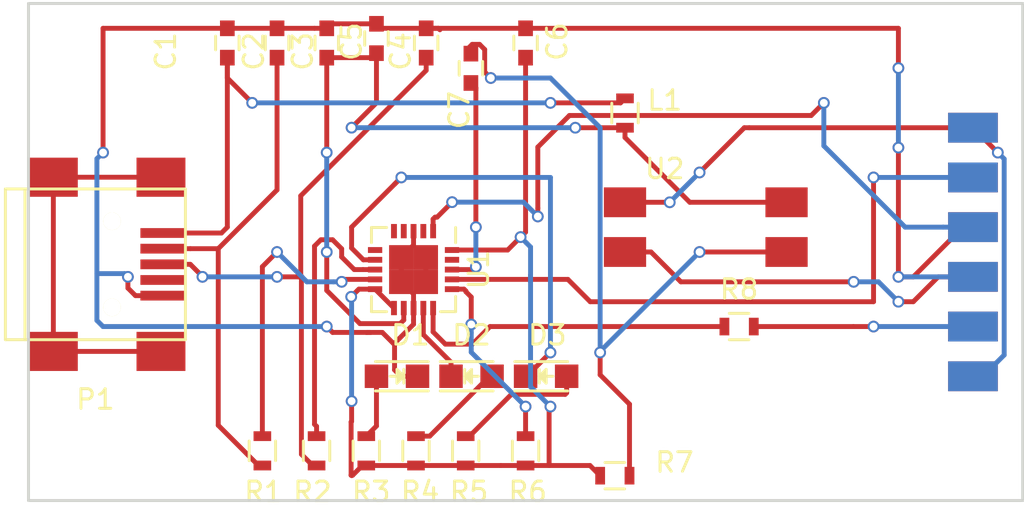
<source format=kicad_pcb>
(kicad_pcb (version 4) (host pcbnew 4.0.0-rc1-stable)

  (general
    (links 54)
    (no_connects 23)
    (area 110.414999 82.474999 161.365001 108.025001)
    (thickness 1.6)
    (drawings 4)
    (tracks 286)
    (zones 0)
    (modules 23)
    (nets 34)
  )

  (page A4)
  (layers
    (0 F.Cu signal)
    (31 B.Cu signal)
    (32 B.Adhes user)
    (33 F.Adhes user)
    (34 B.Paste user)
    (35 F.Paste user)
    (36 B.SilkS user)
    (37 F.SilkS user)
    (38 B.Mask user)
    (39 F.Mask user)
    (40 Dwgs.User user)
    (41 Cmts.User user)
    (42 Eco1.User user)
    (43 Eco2.User user)
    (44 Edge.Cuts user)
    (45 Margin user)
    (46 B.CrtYd user)
    (47 F.CrtYd user)
    (48 B.Fab user)
    (49 F.Fab user)
  )

  (setup
    (last_trace_width 0.25)
    (trace_clearance 0.2)
    (zone_clearance 0.508)
    (zone_45_only no)
    (trace_min 0.2)
    (segment_width 0.2)
    (edge_width 0.15)
    (via_size 0.6)
    (via_drill 0.4)
    (via_min_size 0.4)
    (via_min_drill 0.3)
    (uvia_size 0.3)
    (uvia_drill 0.1)
    (uvias_allowed no)
    (uvia_min_size 0.2)
    (uvia_min_drill 0.1)
    (pcb_text_width 0.3)
    (pcb_text_size 1.5 1.5)
    (mod_edge_width 0.15)
    (mod_text_size 1 1)
    (mod_text_width 0.15)
    (pad_size 0.8 0.75)
    (pad_drill 0)
    (pad_to_mask_clearance 0.2)
    (aux_axis_origin 0 0)
    (visible_elements 7FFFFFFF)
    (pcbplotparams
      (layerselection 0x00030_80000001)
      (usegerberextensions false)
      (excludeedgelayer true)
      (linewidth 0.100000)
      (plotframeref false)
      (viasonmask false)
      (mode 1)
      (useauxorigin false)
      (hpglpennumber 1)
      (hpglpenspeed 20)
      (hpglpendiameter 15)
      (hpglpenoverlay 2)
      (psnegative false)
      (psa4output false)
      (plotreference true)
      (plotvalue true)
      (plotinvisibletext false)
      (padsonsilk false)
      (subtractmaskfromsilk false)
      (outputformat 1)
      (mirror false)
      (drillshape 1)
      (scaleselection 1)
      (outputdirectory ""))
  )

  (net 0 "")
  (net 1 "Net-(C1-Pad1)")
  (net 2 GND)
  (net 3 "Net-(C2-Pad1)")
  (net 4 +5V)
  (net 5 "Net-(C4-Pad1)")
  (net 6 +3V3)
  (net 7 "Net-(C7-Pad1)")
  (net 8 /PROGRAM)
  (net 9 "Net-(D1-Pad2)")
  (net 10 "Net-(D2-Pad2)")
  (net 11 /~RXLED)
  (net 12 "Net-(D3-Pad2)")
  (net 13 /~TXLED)
  (net 14 /POWER_OUT)
  (net 15 "Net-(J1-Pad3)")
  (net 16 "Net-(J1-Pad7)")
  (net 17 "Net-(J1-Pad9)")
  (net 18 "Net-(J1-Pad11)")
  (net 19 "Net-(J1-Pad2)")
  (net 20 /TX)
  (net 21 /RX)
  (net 22 "Net-(J1-Pad10)")
  (net 23 "Net-(P1-Pad4)")
  (net 24 "Net-(P1-Pad6)")
  (net 25 "Net-(R1-Pad1)")
  (net 26 "Net-(R2-Pad1)")
  (net 27 /~SLEEP)
  (net 28 /TXDEN)
  (net 29 "Net-(U1-Pad2)")
  (net 30 "Net-(U1-Pad5)")
  (net 31 "Net-(U1-Pad4)")
  (net 32 "Net-(U1-Pad6)")
  (net 33 "Net-(U1-Pad19)")

  (net_class Default "This is the default net class."
    (clearance 0.2)
    (trace_width 0.25)
    (via_dia 0.6)
    (via_drill 0.4)
    (uvia_dia 0.3)
    (uvia_drill 0.1)
    (add_net +3V3)
    (add_net +5V)
    (add_net /POWER_OUT)
    (add_net /PROGRAM)
    (add_net /RX)
    (add_net /TX)
    (add_net /TXDEN)
    (add_net /~RXLED)
    (add_net /~SLEEP)
    (add_net /~TXLED)
    (add_net GND)
    (add_net "Net-(C1-Pad1)")
    (add_net "Net-(C2-Pad1)")
    (add_net "Net-(C4-Pad1)")
    (add_net "Net-(C7-Pad1)")
    (add_net "Net-(D1-Pad2)")
    (add_net "Net-(D2-Pad2)")
    (add_net "Net-(D3-Pad2)")
    (add_net "Net-(J1-Pad10)")
    (add_net "Net-(J1-Pad11)")
    (add_net "Net-(J1-Pad2)")
    (add_net "Net-(J1-Pad3)")
    (add_net "Net-(J1-Pad7)")
    (add_net "Net-(J1-Pad9)")
    (add_net "Net-(P1-Pad4)")
    (add_net "Net-(P1-Pad6)")
    (add_net "Net-(R1-Pad1)")
    (add_net "Net-(R2-Pad1)")
    (add_net "Net-(U1-Pad19)")
    (add_net "Net-(U1-Pad2)")
    (add_net "Net-(U1-Pad4)")
    (add_net "Net-(U1-Pad5)")
    (add_net "Net-(U1-Pad6)")
  )

  (module Resistors_SMD:R_0603 placed (layer F.Cu) (tedit 5415CC62) (tstamp 562BE6A4)
    (at 122.44 105.41 270)
    (descr "Resistor SMD 0603, reflow soldering, Vishay (see dcrcw.pdf)")
    (tags "resistor 0603")
    (path /5622A746)
    (attr smd)
    (fp_text reference R1 (at 2.09 -0.06 360) (layer F.SilkS)
      (effects (font (size 1 1) (thickness 0.15)))
    )
    (fp_text value 27 (at 0 1.9 270) (layer F.Fab)
      (effects (font (size 1 1) (thickness 0.15)))
    )
    (fp_line (start -1.3 -0.8) (end 1.3 -0.8) (layer F.CrtYd) (width 0.05))
    (fp_line (start -1.3 0.8) (end 1.3 0.8) (layer F.CrtYd) (width 0.05))
    (fp_line (start -1.3 -0.8) (end -1.3 0.8) (layer F.CrtYd) (width 0.05))
    (fp_line (start 1.3 -0.8) (end 1.3 0.8) (layer F.CrtYd) (width 0.05))
    (fp_line (start 0.5 0.675) (end -0.5 0.675) (layer F.SilkS) (width 0.15))
    (fp_line (start -0.5 -0.675) (end 0.5 -0.675) (layer F.SilkS) (width 0.15))
    (pad 1 smd rect (at -0.75 0 270) (size 0.5 0.9) (layers F.Cu F.Paste F.Mask)
      (net 25 "Net-(R1-Pad1)"))
    (pad 2 smd rect (at 0.75 0 270) (size 0.5 0.9) (layers F.Cu F.Paste F.Mask)
      (net 3 "Net-(C2-Pad1)"))
    (model Resistors_SMD.3dshapes/R_0603.wrl
      (at (xyz 0 0 0))
      (scale (xyz 1 1 1))
      (rotate (xyz 0 0 0))
    )
  )

  (module Capacitors_SMD:C_0603 (layer F.Cu) (tedit 5415D631) (tstamp 562BE5E3)
    (at 120.65 84.57 90)
    (descr "Capacitor SMD 0603, reflow soldering, AVX (see smccp.pdf)")
    (tags "capacitor 0603")
    (path /5622A96F)
    (attr smd)
    (fp_text reference C1 (at -0.43 -3.15 90) (layer F.SilkS)
      (effects (font (size 1 1) (thickness 0.15)))
    )
    (fp_text value 10nF (at 0.07 -1.65 90) (layer F.Fab)
      (effects (font (size 1 1) (thickness 0.15)))
    )
    (fp_line (start -1.45 -0.75) (end 1.45 -0.75) (layer F.CrtYd) (width 0.05))
    (fp_line (start -1.45 0.75) (end 1.45 0.75) (layer F.CrtYd) (width 0.05))
    (fp_line (start -1.45 -0.75) (end -1.45 0.75) (layer F.CrtYd) (width 0.05))
    (fp_line (start 1.45 -0.75) (end 1.45 0.75) (layer F.CrtYd) (width 0.05))
    (fp_line (start -0.35 -0.6) (end 0.35 -0.6) (layer F.SilkS) (width 0.15))
    (fp_line (start 0.35 0.6) (end -0.35 0.6) (layer F.SilkS) (width 0.15))
    (pad 1 smd rect (at -0.75 0 90) (size 0.8 0.75) (layers F.Cu F.Paste F.Mask)
      (net 1 "Net-(C1-Pad1)"))
    (pad 2 smd rect (at 0.75 0 90) (size 0.8 0.75) (layers F.Cu F.Paste F.Mask)
      (net 2 GND))
    (model Capacitors_SMD.3dshapes/C_0603.wrl
      (at (xyz 0 0 0))
      (scale (xyz 1 1 1))
      (rotate (xyz 0 0 0))
    )
  )

  (module Capacitors_SMD:C_0603 (layer F.Cu) (tedit 5415D631) (tstamp 562BE5EF)
    (at 123.19 84.57 90)
    (descr "Capacitor SMD 0603, reflow soldering, AVX (see smccp.pdf)")
    (tags "capacitor 0603")
    (path /5622A900)
    (attr smd)
    (fp_text reference C2 (at -0.43 -1.19 90) (layer F.SilkS)
      (effects (font (size 1 1) (thickness 0.15)))
    )
    (fp_text value 47pF (at -2.43 -1.19 180) (layer F.Fab)
      (effects (font (size 1 1) (thickness 0.15)))
    )
    (fp_line (start -1.45 -0.75) (end 1.45 -0.75) (layer F.CrtYd) (width 0.05))
    (fp_line (start -1.45 0.75) (end 1.45 0.75) (layer F.CrtYd) (width 0.05))
    (fp_line (start -1.45 -0.75) (end -1.45 0.75) (layer F.CrtYd) (width 0.05))
    (fp_line (start 1.45 -0.75) (end 1.45 0.75) (layer F.CrtYd) (width 0.05))
    (fp_line (start -0.35 -0.6) (end 0.35 -0.6) (layer F.SilkS) (width 0.15))
    (fp_line (start 0.35 0.6) (end -0.35 0.6) (layer F.SilkS) (width 0.15))
    (pad 1 smd rect (at -0.75 0 90) (size 0.8 0.75) (layers F.Cu F.Paste F.Mask)
      (net 3 "Net-(C2-Pad1)"))
    (pad 2 smd rect (at 0.75 0 90) (size 0.8 0.75) (layers F.Cu F.Paste F.Mask)
      (net 2 GND))
    (model Capacitors_SMD.3dshapes/C_0603.wrl
      (at (xyz 0 0 0))
      (scale (xyz 1 1 1))
      (rotate (xyz 0 0 0))
    )
  )

  (module Capacitors_SMD:C_0603 (layer F.Cu) (tedit 5647A7B3) (tstamp 562BE5FB)
    (at 125.73 84.57 90)
    (descr "Capacitor SMD 0603, reflow soldering, AVX (see smccp.pdf)")
    (tags "capacitor 0603")
    (path /5622A9AE)
    (attr smd)
    (fp_text reference C3 (at -0.43 -1.23 90) (layer F.SilkS)
      (effects (font (size 1 1) (thickness 0.15)))
    )
    (fp_text value 4.7uF (at -2.43 0.27 180) (layer F.Fab)
      (effects (font (size 1 1) (thickness 0.15)))
    )
    (fp_line (start -1.45 -0.75) (end 1.45 -0.75) (layer F.CrtYd) (width 0.05))
    (fp_line (start -1.45 0.75) (end 1.45 0.75) (layer F.CrtYd) (width 0.05))
    (fp_line (start -1.45 -0.75) (end -1.45 0.75) (layer F.CrtYd) (width 0.05))
    (fp_line (start 1.45 -0.75) (end 1.45 0.75) (layer F.CrtYd) (width 0.05))
    (fp_line (start -0.35 -0.6) (end 0.35 -0.6) (layer F.SilkS) (width 0.15))
    (fp_line (start 0.35 0.6) (end -0.35 0.6) (layer F.SilkS) (width 0.15))
    (pad 1 smd rect (at -0.75 0 90) (size 0.8 0.75) (layers F.Cu F.Paste F.Mask)
      (net 4 +5V))
    (pad 2 smd rect (at 0.75 0 90) (size 0.8 0.75) (layers F.Cu F.Paste F.Mask)
      (net 2 GND))
    (model Capacitors_SMD.3dshapes/C_0603.wrl
      (at (xyz 0 0 0))
      (scale (xyz 1 1 1))
      (rotate (xyz 0 0 0))
    )
  )

  (module Resistors_SMD:R_0603 (layer F.Cu) (tedit 5647A80B) (tstamp 562BE680)
    (at 140.97 88.15 90)
    (descr "Resistor SMD 0603, reflow soldering, Vishay (see dcrcw.pdf)")
    (tags "resistor 0603")
    (path /5622AEDE)
    (attr smd)
    (fp_text reference L1 (at 0.65 2.03 180) (layer F.SilkS)
      (effects (font (size 1 1) (thickness 0.15)))
    )
    (fp_text value "FERRITE BEAD" (at 2.15 4.53 180) (layer F.Fab)
      (effects (font (size 1 1) (thickness 0.15)))
    )
    (fp_line (start -1.3 -0.8) (end 1.3 -0.8) (layer F.CrtYd) (width 0.05))
    (fp_line (start -1.3 0.8) (end 1.3 0.8) (layer F.CrtYd) (width 0.05))
    (fp_line (start -1.3 -0.8) (end -1.3 0.8) (layer F.CrtYd) (width 0.05))
    (fp_line (start 1.3 -0.8) (end 1.3 0.8) (layer F.CrtYd) (width 0.05))
    (fp_line (start 0.5 0.675) (end -0.5 0.675) (layer F.SilkS) (width 0.15))
    (fp_line (start -0.5 -0.675) (end 0.5 -0.675) (layer F.SilkS) (width 0.15))
    (pad 1 smd rect (at -0.75 0 90) (size 0.5 0.9) (layers F.Cu F.Paste F.Mask)
      (net 4 +5V))
    (pad 2 smd rect (at 0.75 0 90) (size 0.5 0.9) (layers F.Cu F.Paste F.Mask)
      (net 1 "Net-(C1-Pad1)"))
    (model Resistors_SMD.3dshapes/R_0603.wrl
      (at (xyz 0 0 0))
      (scale (xyz 1 1 1))
      (rotate (xyz 0 0 0))
    )
  )

  (module LEDs:LED-0805 (layer F.Cu) (tedit 55BDE1C2) (tstamp 562BE651)
    (at 133.12902 101.6)
    (descr "LED 0805 smd package")
    (tags "LED 0805 SMD")
    (path /5622AFEB)
    (attr smd)
    (fp_text reference D2 (at 0 -2.1) (layer F.SilkS)
      (effects (font (size 1 1) (thickness 0.15)))
    )
    (fp_text value RX (at 0 1.75) (layer F.Fab)
      (effects (font (size 1 1) (thickness 0.15)))
    )
    (fp_line (start -1.6 0.75) (end 1.1 0.75) (layer F.SilkS) (width 0.15))
    (fp_line (start -1.6 -0.75) (end 1.1 -0.75) (layer F.SilkS) (width 0.15))
    (fp_line (start -0.1 0.15) (end -0.1 -0.1) (layer F.SilkS) (width 0.15))
    (fp_line (start -0.1 -0.1) (end -0.25 0.05) (layer F.SilkS) (width 0.15))
    (fp_line (start -0.35 -0.35) (end -0.35 0.35) (layer F.SilkS) (width 0.15))
    (fp_line (start 0 0) (end 0.35 0) (layer F.SilkS) (width 0.15))
    (fp_line (start -0.35 0) (end 0 -0.35) (layer F.SilkS) (width 0.15))
    (fp_line (start 0 -0.35) (end 0 0.35) (layer F.SilkS) (width 0.15))
    (fp_line (start 0 0.35) (end -0.35 0) (layer F.SilkS) (width 0.15))
    (fp_line (start 1.9 -0.95) (end 1.9 0.95) (layer F.CrtYd) (width 0.05))
    (fp_line (start 1.9 0.95) (end -1.9 0.95) (layer F.CrtYd) (width 0.05))
    (fp_line (start -1.9 0.95) (end -1.9 -0.95) (layer F.CrtYd) (width 0.05))
    (fp_line (start -1.9 -0.95) (end 1.9 -0.95) (layer F.CrtYd) (width 0.05))
    (pad 2 smd rect (at 1.04902 0 180) (size 1.19888 1.19888) (layers F.Cu F.Paste F.Mask)
      (net 10 "Net-(D2-Pad2)"))
    (pad 1 smd rect (at -1.04902 0 180) (size 1.19888 1.19888) (layers F.Cu F.Paste F.Mask)
      (net 11 /~RXLED))
    (model LEDs.3dshapes/LED-0805.wrl
      (at (xyz 0 0 0))
      (scale (xyz 1 1 1))
      (rotate (xyz 0 0 0))
    )
  )

  (module LEDs:LED-0805 (layer F.Cu) (tedit 56478FE2) (tstamp 562BE664)
    (at 136.93902 101.6)
    (descr "LED 0805 smd package")
    (tags "LED 0805 SMD")
    (path /5622B06E)
    (attr smd)
    (fp_text reference D3 (at 0.06098 -2.1) (layer F.SilkS)
      (effects (font (size 1 1) (thickness 0.15)))
    )
    (fp_text value TX (at 1.56098 1.9) (layer F.Fab)
      (effects (font (size 1 1) (thickness 0.15)))
    )
    (fp_line (start -1.6 0.75) (end 1.1 0.75) (layer F.SilkS) (width 0.15))
    (fp_line (start -1.6 -0.75) (end 1.1 -0.75) (layer F.SilkS) (width 0.15))
    (fp_line (start -0.1 0.15) (end -0.1 -0.1) (layer F.SilkS) (width 0.15))
    (fp_line (start -0.1 -0.1) (end -0.25 0.05) (layer F.SilkS) (width 0.15))
    (fp_line (start -0.35 -0.35) (end -0.35 0.35) (layer F.SilkS) (width 0.15))
    (fp_line (start 0 0) (end 0.35 0) (layer F.SilkS) (width 0.15))
    (fp_line (start -0.35 0) (end 0 -0.35) (layer F.SilkS) (width 0.15))
    (fp_line (start 0 -0.35) (end 0 0.35) (layer F.SilkS) (width 0.15))
    (fp_line (start 0 0.35) (end -0.35 0) (layer F.SilkS) (width 0.15))
    (fp_line (start 1.9 -0.95) (end 1.9 0.95) (layer F.CrtYd) (width 0.05))
    (fp_line (start 1.9 0.95) (end -1.9 0.95) (layer F.CrtYd) (width 0.05))
    (fp_line (start -1.9 0.95) (end -1.9 -0.95) (layer F.CrtYd) (width 0.05))
    (fp_line (start -1.9 -0.95) (end 1.9 -0.95) (layer F.CrtYd) (width 0.05))
    (pad 2 smd rect (at 1.04902 0 180) (size 1.19888 1.19888) (layers F.Cu F.Paste F.Mask)
      (net 12 "Net-(D3-Pad2)"))
    (pad 1 smd rect (at -1.04902 0 180) (size 1.19888 1.19888) (layers F.Cu F.Paste F.Mask)
      (net 13 /~TXLED))
    (model LEDs.3dshapes/LED-0805.wrl
      (at (xyz 0 0 0))
      (scale (xyz 1 1 1))
      (rotate (xyz 0 0 0))
    )
  )

  (module Capacitors_SMD:C_0603 (layer F.Cu) (tedit 5647A7CF) (tstamp 562BE61F)
    (at 135.89 84.57 90)
    (descr "Capacitor SMD 0603, reflow soldering, AVX (see smccp.pdf)")
    (tags "capacitor 0603")
    (path /5622A948)
    (attr smd)
    (fp_text reference C6 (at 0.07 1.61 90) (layer F.SilkS)
      (effects (font (size 1 1) (thickness 0.15)))
    )
    (fp_text value 0.1uF (at 0 3.11 90) (layer F.Fab)
      (effects (font (size 1 1) (thickness 0.15)))
    )
    (fp_line (start -1.45 -0.75) (end 1.45 -0.75) (layer F.CrtYd) (width 0.05))
    (fp_line (start -1.45 0.75) (end 1.45 0.75) (layer F.CrtYd) (width 0.05))
    (fp_line (start -1.45 -0.75) (end -1.45 0.75) (layer F.CrtYd) (width 0.05))
    (fp_line (start 1.45 -0.75) (end 1.45 0.75) (layer F.CrtYd) (width 0.05))
    (fp_line (start -0.35 -0.6) (end 0.35 -0.6) (layer F.SilkS) (width 0.15))
    (fp_line (start 0.35 0.6) (end -0.35 0.6) (layer F.SilkS) (width 0.15))
    (pad 1 smd rect (at -0.75 0 90) (size 0.8 0.75) (layers F.Cu F.Paste F.Mask)
      (net 6 +3V3))
    (pad 2 smd rect (at 0.75 0 90) (size 0.8 0.75) (layers F.Cu F.Paste F.Mask)
      (net 2 GND))
    (model Capacitors_SMD.3dshapes/C_0603.wrl
      (at (xyz 0 0 0))
      (scale (xyz 1 1 1))
      (rotate (xyz 0 0 0))
    )
  )

  (module Capacitors_SMD:C_0603 (layer F.Cu) (tedit 56478D6B) (tstamp 562BE613)
    (at 128.27 84.34 90)
    (descr "Capacitor SMD 0603, reflow soldering, AVX (see smccp.pdf)")
    (tags "capacitor 0603")
    (path /5622A923)
    (attr smd)
    (fp_text reference C5 (at -0.16 -1.27 90) (layer F.SilkS)
      (effects (font (size 1 1) (thickness 0.15)))
    )
    (fp_text value 0.1uF (at -3.16 0.23 90) (layer F.Fab)
      (effects (font (size 1 1) (thickness 0.15)))
    )
    (fp_line (start -1.45 -0.75) (end 1.45 -0.75) (layer F.CrtYd) (width 0.05))
    (fp_line (start -1.45 0.75) (end 1.45 0.75) (layer F.CrtYd) (width 0.05))
    (fp_line (start -1.45 -0.75) (end -1.45 0.75) (layer F.CrtYd) (width 0.05))
    (fp_line (start 1.45 -0.75) (end 1.45 0.75) (layer F.CrtYd) (width 0.05))
    (fp_line (start -0.35 -0.6) (end 0.35 -0.6) (layer F.SilkS) (width 0.15))
    (fp_line (start 0.35 0.6) (end -0.35 0.6) (layer F.SilkS) (width 0.15))
    (pad 1 smd rect (at -0.75 0 90) (size 0.8 0.75) (layers F.Cu F.Paste F.Mask)
      (net 4 +5V))
    (pad 2 smd rect (at 0.75 0 90) (size 0.8 0.75) (layers F.Cu F.Paste F.Mask)
      (net 2 GND))
    (model Capacitors_SMD.3dshapes/C_0603.wrl
      (at (xyz 0 0 0))
      (scale (xyz 1 1 1))
      (rotate (xyz 0 0 0))
    )
  )

  (module Capacitors_SMD:C_0603 (layer F.Cu) (tedit 56479BF1) (tstamp 562BE607)
    (at 130.81 84.57 90)
    (descr "Capacitor SMD 0603, reflow soldering, AVX (see smccp.pdf)")
    (tags "capacitor 0603")
    (path /5622A8B7)
    (attr smd)
    (fp_text reference C4 (at -0.43 -1.31 90) (layer F.SilkS)
      (effects (font (size 1 1) (thickness 0.15)))
    )
    (fp_text value 47pF (at -2.93 -0.31 90) (layer F.Fab)
      (effects (font (size 1 1) (thickness 0.15)))
    )
    (fp_line (start -1.45 -0.75) (end 1.45 -0.75) (layer F.CrtYd) (width 0.05))
    (fp_line (start -1.45 0.75) (end 1.45 0.75) (layer F.CrtYd) (width 0.05))
    (fp_line (start -1.45 -0.75) (end -1.45 0.75) (layer F.CrtYd) (width 0.05))
    (fp_line (start 1.45 -0.75) (end 1.45 0.75) (layer F.CrtYd) (width 0.05))
    (fp_line (start -0.35 -0.6) (end 0.35 -0.6) (layer F.SilkS) (width 0.15))
    (fp_line (start 0.35 0.6) (end -0.35 0.6) (layer F.SilkS) (width 0.15))
    (pad 1 smd rect (at -0.75 0 90) (size 0.8 0.75) (layers F.Cu F.Paste F.Mask)
      (net 5 "Net-(C4-Pad1)"))
    (pad 2 smd rect (at 0.75 0 90) (size 0.8 0.75) (layers F.Cu F.Paste F.Mask)
      (net 2 GND))
    (model Capacitors_SMD.3dshapes/C_0603.wrl
      (at (xyz 0 0 0))
      (scale (xyz 1 1 1))
      (rotate (xyz 0 0 0))
    )
  )

  (module LEDs:LED-0805 (layer F.Cu) (tedit 56479B38) (tstamp 562BE63E)
    (at 129.31902 101.6 180)
    (descr "LED 0805 smd package")
    (tags "LED 0805 SMD")
    (path /5622AF98)
    (attr smd)
    (fp_text reference D1 (at -0.68098 2.1 180) (layer F.SilkS)
      (effects (font (size 1 1) (thickness 0.15)))
    )
    (fp_text value POW (at 1.31902 1.75 180) (layer F.Fab)
      (effects (font (size 1 1) (thickness 0.15)))
    )
    (fp_line (start -1.6 0.75) (end 1.1 0.75) (layer F.SilkS) (width 0.15))
    (fp_line (start -1.6 -0.75) (end 1.1 -0.75) (layer F.SilkS) (width 0.15))
    (fp_line (start -0.1 0.15) (end -0.1 -0.1) (layer F.SilkS) (width 0.15))
    (fp_line (start -0.1 -0.1) (end -0.25 0.05) (layer F.SilkS) (width 0.15))
    (fp_line (start -0.35 -0.35) (end -0.35 0.35) (layer F.SilkS) (width 0.15))
    (fp_line (start 0 0) (end 0.35 0) (layer F.SilkS) (width 0.15))
    (fp_line (start -0.35 0) (end 0 -0.35) (layer F.SilkS) (width 0.15))
    (fp_line (start 0 -0.35) (end 0 0.35) (layer F.SilkS) (width 0.15))
    (fp_line (start 0 0.35) (end -0.35 0) (layer F.SilkS) (width 0.15))
    (fp_line (start 1.9 -0.95) (end 1.9 0.95) (layer F.CrtYd) (width 0.05))
    (fp_line (start 1.9 0.95) (end -1.9 0.95) (layer F.CrtYd) (width 0.05))
    (fp_line (start -1.9 0.95) (end -1.9 -0.95) (layer F.CrtYd) (width 0.05))
    (fp_line (start -1.9 -0.95) (end 1.9 -0.95) (layer F.CrtYd) (width 0.05))
    (pad 2 smd rect (at 1.04902 0) (size 1.19888 1.19888) (layers F.Cu F.Paste F.Mask)
      (net 9 "Net-(D1-Pad2)"))
    (pad 1 smd rect (at -1.04902 0) (size 1.19888 1.19888) (layers F.Cu F.Paste F.Mask)
      (net 2 GND))
    (model LEDs.3dshapes/LED-0805.wrl
      (at (xyz 0 0 0))
      (scale (xyz 1 1 1))
      (rotate (xyz 0 0 0))
    )
  )

  (module Resistors_SMD:R_0603 placed (layer F.Cu) (tedit 5415CC62) (tstamp 562BE6B0)
    (at 125.21 105.41 270)
    (descr "Resistor SMD 0603, reflow soldering, Vishay (see dcrcw.pdf)")
    (tags "resistor 0603")
    (path /5622A6B9)
    (attr smd)
    (fp_text reference R2 (at 2.09 0.21 360) (layer F.SilkS)
      (effects (font (size 1 1) (thickness 0.15)))
    )
    (fp_text value 27 (at 0 1.27 270) (layer F.Fab)
      (effects (font (size 1 1) (thickness 0.15)))
    )
    (fp_line (start -1.3 -0.8) (end 1.3 -0.8) (layer F.CrtYd) (width 0.05))
    (fp_line (start -1.3 0.8) (end 1.3 0.8) (layer F.CrtYd) (width 0.05))
    (fp_line (start -1.3 -0.8) (end -1.3 0.8) (layer F.CrtYd) (width 0.05))
    (fp_line (start 1.3 -0.8) (end 1.3 0.8) (layer F.CrtYd) (width 0.05))
    (fp_line (start 0.5 0.675) (end -0.5 0.675) (layer F.SilkS) (width 0.15))
    (fp_line (start -0.5 -0.675) (end 0.5 -0.675) (layer F.SilkS) (width 0.15))
    (pad 1 smd rect (at -0.75 0 270) (size 0.5 0.9) (layers F.Cu F.Paste F.Mask)
      (net 26 "Net-(R2-Pad1)"))
    (pad 2 smd rect (at 0.75 0 270) (size 0.5 0.9) (layers F.Cu F.Paste F.Mask)
      (net 5 "Net-(C4-Pad1)"))
    (model Resistors_SMD.3dshapes/R_0603.wrl
      (at (xyz 0 0 0))
      (scale (xyz 1 1 1))
      (rotate (xyz 0 0 0))
    )
  )

  (module Resistors_SMD:R_0603 (layer F.Cu) (tedit 5415CC62) (tstamp 562BE6BC)
    (at 127.75 105.41 90)
    (descr "Resistor SMD 0603, reflow soldering, Vishay (see dcrcw.pdf)")
    (tags "resistor 0603")
    (path /5622B3DD)
    (attr smd)
    (fp_text reference R3 (at -2.09 0.25 180) (layer F.SilkS)
      (effects (font (size 1 1) (thickness 0.15)))
    )
    (fp_text value 680 (at 0 1.25 90) (layer F.Fab)
      (effects (font (size 1 1) (thickness 0.15)))
    )
    (fp_line (start -1.3 -0.8) (end 1.3 -0.8) (layer F.CrtYd) (width 0.05))
    (fp_line (start -1.3 0.8) (end 1.3 0.8) (layer F.CrtYd) (width 0.05))
    (fp_line (start -1.3 -0.8) (end -1.3 0.8) (layer F.CrtYd) (width 0.05))
    (fp_line (start 1.3 -0.8) (end 1.3 0.8) (layer F.CrtYd) (width 0.05))
    (fp_line (start 0.5 0.675) (end -0.5 0.675) (layer F.SilkS) (width 0.15))
    (fp_line (start -0.5 -0.675) (end 0.5 -0.675) (layer F.SilkS) (width 0.15))
    (pad 1 smd rect (at -0.75 0 90) (size 0.5 0.9) (layers F.Cu F.Paste F.Mask)
      (net 6 +3V3))
    (pad 2 smd rect (at 0.75 0 90) (size 0.5 0.9) (layers F.Cu F.Paste F.Mask)
      (net 9 "Net-(D1-Pad2)"))
    (model Resistors_SMD.3dshapes/R_0603.wrl
      (at (xyz 0 0 0))
      (scale (xyz 1 1 1))
      (rotate (xyz 0 0 0))
    )
  )

  (module Resistors_SMD:R_0603 (layer F.Cu) (tedit 5415CC62) (tstamp 562BE6C8)
    (at 130.29 105.41 90)
    (descr "Resistor SMD 0603, reflow soldering, Vishay (see dcrcw.pdf)")
    (tags "resistor 0603")
    (path /5622B3E3)
    (attr smd)
    (fp_text reference R4 (at -2.09 0.21 180) (layer F.SilkS)
      (effects (font (size 1 1) (thickness 0.15)))
    )
    (fp_text value 680 (at 0 1.21 90) (layer F.Fab)
      (effects (font (size 1 1) (thickness 0.15)))
    )
    (fp_line (start -1.3 -0.8) (end 1.3 -0.8) (layer F.CrtYd) (width 0.05))
    (fp_line (start -1.3 0.8) (end 1.3 0.8) (layer F.CrtYd) (width 0.05))
    (fp_line (start -1.3 -0.8) (end -1.3 0.8) (layer F.CrtYd) (width 0.05))
    (fp_line (start 1.3 -0.8) (end 1.3 0.8) (layer F.CrtYd) (width 0.05))
    (fp_line (start 0.5 0.675) (end -0.5 0.675) (layer F.SilkS) (width 0.15))
    (fp_line (start -0.5 -0.675) (end 0.5 -0.675) (layer F.SilkS) (width 0.15))
    (pad 1 smd rect (at -0.75 0 90) (size 0.5 0.9) (layers F.Cu F.Paste F.Mask)
      (net 6 +3V3))
    (pad 2 smd rect (at 0.75 0 90) (size 0.5 0.9) (layers F.Cu F.Paste F.Mask)
      (net 10 "Net-(D2-Pad2)"))
    (model Resistors_SMD.3dshapes/R_0603.wrl
      (at (xyz 0 0 0))
      (scale (xyz 1 1 1))
      (rotate (xyz 0 0 0))
    )
  )

  (module Resistors_SMD:R_0603 (layer F.Cu) (tedit 5415CC62) (tstamp 562BE6D4)
    (at 132.83 105.41 90)
    (descr "Resistor SMD 0603, reflow soldering, Vishay (see dcrcw.pdf)")
    (tags "resistor 0603")
    (path /5622B2D3)
    (attr smd)
    (fp_text reference R5 (at -2.09 0.17 180) (layer F.SilkS)
      (effects (font (size 1 1) (thickness 0.15)))
    )
    (fp_text value 680 (at 0 1.67 90) (layer F.Fab)
      (effects (font (size 1 1) (thickness 0.15)))
    )
    (fp_line (start -1.3 -0.8) (end 1.3 -0.8) (layer F.CrtYd) (width 0.05))
    (fp_line (start -1.3 0.8) (end 1.3 0.8) (layer F.CrtYd) (width 0.05))
    (fp_line (start -1.3 -0.8) (end -1.3 0.8) (layer F.CrtYd) (width 0.05))
    (fp_line (start 1.3 -0.8) (end 1.3 0.8) (layer F.CrtYd) (width 0.05))
    (fp_line (start 0.5 0.675) (end -0.5 0.675) (layer F.SilkS) (width 0.15))
    (fp_line (start -0.5 -0.675) (end 0.5 -0.675) (layer F.SilkS) (width 0.15))
    (pad 1 smd rect (at -0.75 0 90) (size 0.5 0.9) (layers F.Cu F.Paste F.Mask)
      (net 6 +3V3))
    (pad 2 smd rect (at 0.75 0 90) (size 0.5 0.9) (layers F.Cu F.Paste F.Mask)
      (net 12 "Net-(D3-Pad2)"))
    (model Resistors_SMD.3dshapes/R_0603.wrl
      (at (xyz 0 0 0))
      (scale (xyz 1 1 1))
      (rotate (xyz 0 0 0))
    )
  )

  (module Resistors_SMD:R_0603 (layer F.Cu) (tedit 5415CC62) (tstamp 562BE6E0)
    (at 135.89 105.41 90)
    (descr "Resistor SMD 0603, reflow soldering, Vishay (see dcrcw.pdf)")
    (tags "resistor 0603")
    (path /5622B2D9)
    (attr smd)
    (fp_text reference R6 (at -2.09 0.11 180) (layer F.SilkS)
      (effects (font (size 1 1) (thickness 0.15)))
    )
    (fp_text value 10k (at -0.59 1.61 90) (layer F.Fab)
      (effects (font (size 1 1) (thickness 0.15)))
    )
    (fp_line (start -1.3 -0.8) (end 1.3 -0.8) (layer F.CrtYd) (width 0.05))
    (fp_line (start -1.3 0.8) (end 1.3 0.8) (layer F.CrtYd) (width 0.05))
    (fp_line (start -1.3 -0.8) (end -1.3 0.8) (layer F.CrtYd) (width 0.05))
    (fp_line (start 1.3 -0.8) (end 1.3 0.8) (layer F.CrtYd) (width 0.05))
    (fp_line (start 0.5 0.675) (end -0.5 0.675) (layer F.SilkS) (width 0.15))
    (fp_line (start -0.5 -0.675) (end 0.5 -0.675) (layer F.SilkS) (width 0.15))
    (pad 1 smd rect (at -0.75 0 90) (size 0.5 0.9) (layers F.Cu F.Paste F.Mask)
      (net 6 +3V3))
    (pad 2 smd rect (at 0.75 0 90) (size 0.5 0.9) (layers F.Cu F.Paste F.Mask)
      (net 27 /~SLEEP))
    (model Resistors_SMD.3dshapes/R_0603.wrl
      (at (xyz 0 0 0))
      (scale (xyz 1 1 1))
      (rotate (xyz 0 0 0))
    )
  )

  (module Resistors_SMD:R_0603 (layer F.Cu) (tedit 5647A875) (tstamp 562BE6EC)
    (at 140.45 106.68 180)
    (descr "Resistor SMD 0603, reflow soldering, Vishay (see dcrcw.pdf)")
    (tags "resistor 0603")
    (path /56235B1B)
    (attr smd)
    (fp_text reference R7 (at -3.05 0.68 180) (layer F.SilkS)
      (effects (font (size 1 1) (thickness 0.15)))
    )
    (fp_text value 10k (at 0.45 1.9 180) (layer F.Fab)
      (effects (font (size 1 1) (thickness 0.15)))
    )
    (fp_line (start -1.3 -0.8) (end 1.3 -0.8) (layer F.CrtYd) (width 0.05))
    (fp_line (start -1.3 0.8) (end 1.3 0.8) (layer F.CrtYd) (width 0.05))
    (fp_line (start -1.3 -0.8) (end -1.3 0.8) (layer F.CrtYd) (width 0.05))
    (fp_line (start 1.3 -0.8) (end 1.3 0.8) (layer F.CrtYd) (width 0.05))
    (fp_line (start 0.5 0.675) (end -0.5 0.675) (layer F.SilkS) (width 0.15))
    (fp_line (start -0.5 -0.675) (end 0.5 -0.675) (layer F.SilkS) (width 0.15))
    (pad 1 smd rect (at -0.75 0 180) (size 0.5 0.9) (layers F.Cu F.Paste F.Mask)
      (net 8 /PROGRAM))
    (pad 2 smd rect (at 0.75 0 180) (size 0.5 0.9) (layers F.Cu F.Paste F.Mask)
      (net 6 +3V3))
    (model Resistors_SMD.3dshapes/R_0603.wrl
      (at (xyz 0 0 0))
      (scale (xyz 1 1 1))
      (rotate (xyz 0 0 0))
    )
  )

  (module Capacitors_SMD:C_0603 (layer F.Cu) (tedit 5647A7B8) (tstamp 562BE62B)
    (at 133.096 85.864 90)
    (descr "Capacitor SMD 0603, reflow soldering, AVX (see smccp.pdf)")
    (tags "capacitor 0603")
    (path /5622A9EB)
    (attr smd)
    (fp_text reference C7 (at -2.136 -0.596 90) (layer F.SilkS)
      (effects (font (size 1 1) (thickness 0.15)))
    )
    (fp_text value 0.1uF (at -0.136 1.404 90) (layer F.Fab)
      (effects (font (size 1 1) (thickness 0.15)))
    )
    (fp_line (start -1.45 -0.75) (end 1.45 -0.75) (layer F.CrtYd) (width 0.05))
    (fp_line (start -1.45 0.75) (end 1.45 0.75) (layer F.CrtYd) (width 0.05))
    (fp_line (start -1.45 -0.75) (end -1.45 0.75) (layer F.CrtYd) (width 0.05))
    (fp_line (start 1.45 -0.75) (end 1.45 0.75) (layer F.CrtYd) (width 0.05))
    (fp_line (start -0.35 -0.6) (end 0.35 -0.6) (layer F.SilkS) (width 0.15))
    (fp_line (start 0.35 0.6) (end -0.35 0.6) (layer F.SilkS) (width 0.15))
    (pad 1 smd rect (at -0.75 0 90) (size 0.8 0.75) (layers F.Cu F.Paste F.Mask)
      (net 7 "Net-(C7-Pad1)"))
    (pad 2 smd rect (at 0.75 0 90) (size 0.8 0.75) (layers F.Cu F.Paste F.Mask)
      (net 8 /PROGRAM))
    (model Capacitors_SMD.3dshapes/C_0603.wrl
      (at (xyz 0 0 0))
      (scale (xyz 1 1 1))
      (rotate (xyz 0 0 0))
    )
  )

  (module Resistors_SMD:R_0603 (layer F.Cu) (tedit 5415CC62) (tstamp 562BE6F8)
    (at 146.8 99.06)
    (descr "Resistor SMD 0603, reflow soldering, Vishay (see dcrcw.pdf)")
    (tags "resistor 0603")
    (path /5629EF0A)
    (attr smd)
    (fp_text reference R8 (at 0 -1.9) (layer F.SilkS)
      (effects (font (size 1 1) (thickness 0.15)))
    )
    (fp_text value 10k (at -0.75 1.27) (layer F.Fab)
      (effects (font (size 1 1) (thickness 0.15)))
    )
    (fp_line (start -1.3 -0.8) (end 1.3 -0.8) (layer F.CrtYd) (width 0.05))
    (fp_line (start -1.3 0.8) (end 1.3 0.8) (layer F.CrtYd) (width 0.05))
    (fp_line (start -1.3 -0.8) (end -1.3 0.8) (layer F.CrtYd) (width 0.05))
    (fp_line (start 1.3 -0.8) (end 1.3 0.8) (layer F.CrtYd) (width 0.05))
    (fp_line (start 0.5 0.675) (end -0.5 0.675) (layer F.SilkS) (width 0.15))
    (fp_line (start -0.5 -0.675) (end 0.5 -0.675) (layer F.SilkS) (width 0.15))
    (pad 1 smd rect (at -0.75 0) (size 0.5 0.9) (layers F.Cu F.Paste F.Mask)
      (net 28 /TXDEN))
    (pad 2 smd rect (at 0.75 0) (size 0.5 0.9) (layers F.Cu F.Paste F.Mask)
      (net 22 "Net-(J1-Pad10)"))
    (model Resistors_SMD.3dshapes/R_0603.wrl
      (at (xyz 0 0 0))
      (scale (xyz 1 1 1))
      (rotate (xyz 0 0 0))
    )
  )

  (module open_robotics:modular8_rev3_edge (layer F.Cu) (tedit 560B6D0D) (tstamp 562BE674)
    (at 158.75 93.98 270)
    (path /5629AC49)
    (fp_text reference J1 (at -3.81 -3.81 270) (layer F.SilkS) hide
      (effects (font (size 1 1) (thickness 0.15)))
    )
    (fp_text value modular8_rev3_comms_out (at 1.27 -2.54 270) (layer F.Fab) hide
      (effects (font (size 1 1) (thickness 0.15)))
    )
    (pad 1 smd rect (at -5.08 0 270) (size 1.524 2.54) (layers F.Cu F.Paste F.Mask)
      (net 14 /POWER_OUT))
    (pad 3 smd rect (at -2.54 0 270) (size 1.524 2.54) (layers F.Cu F.Paste F.Mask)
      (net 15 "Net-(J1-Pad3)"))
    (pad 5 smd rect (at 0 0 270) (size 1.524 2.54) (layers F.Cu F.Paste F.Mask)
      (net 2 GND))
    (pad 7 smd rect (at 2.54 0 270) (size 1.524 2.54) (layers F.Cu F.Paste F.Mask)
      (net 16 "Net-(J1-Pad7)"))
    (pad 9 smd rect (at 5.08 0 270) (size 1.524 2.54) (layers F.Cu F.Paste F.Mask)
      (net 17 "Net-(J1-Pad9)"))
    (pad 11 smd rect (at 7.62 0 270) (size 1.524 2.54) (layers F.Cu F.Paste F.Mask)
      (net 18 "Net-(J1-Pad11)"))
    (pad 2 smd rect (at -5.08 0 270) (size 1.524 2.54) (layers B.Cu F.Paste F.Mask)
      (net 19 "Net-(J1-Pad2)"))
    (pad 4 smd rect (at -2.54 0 270) (size 1.524 2.54) (layers B.Cu F.Paste F.Mask)
      (net 20 /TX))
    (pad 6 smd rect (at 0 0 270) (size 1.524 2.54) (layers B.Cu F.Paste F.Mask)
      (net 21 /RX))
    (pad 8 smd rect (at 2.54 0 270) (size 1.524 2.54) (layers B.Cu F.Paste F.Mask)
      (net 2 GND))
    (pad 10 smd rect (at 5.08 0 270) (size 1.524 2.54) (layers B.Cu F.Paste F.Mask)
      (net 22 "Net-(J1-Pad10)"))
    (pad 12 smd rect (at 7.62 0 270) (size 1.524 2.54) (layers B.Cu F.Paste F.Mask)
      (net 14 /POWER_OUT))
  )

  (module open_robotics:DIPSWITCH_SMT_ALCO_2CCT (layer F.Cu) (tedit 5629BD53) (tstamp 562BE72B)
    (at 140.97 92.71)
    (path /565D260C)
    (fp_text reference U2 (at 2.03 -1.71) (layer F.SilkS)
      (effects (font (size 1 1) (thickness 0.15)))
    )
    (fp_text value TE_1825058-1 (at 7.03 -3.21) (layer F.Fab)
      (effects (font (size 1 1) (thickness 0.15)))
    )
    (fp_line (start 10.16 -2.54) (end -1.905 -2.54) (layer F.CrtYd) (width 0.15))
    (fp_line (start 10.16 5.08) (end 10.16 -2.54) (layer F.CrtYd) (width 0.15))
    (fp_line (start -1.905 5.08) (end 10.16 5.08) (layer F.CrtYd) (width 0.15))
    (fp_line (start -1.905 -2.54) (end -1.905 5.08) (layer F.CrtYd) (width 0.15))
    (pad 1 smd rect (at 0 0) (size 2.159 1.524) (layers F.Cu F.Paste F.Mask)
      (net 14 /POWER_OUT))
    (pad 2 smd rect (at 0 2.54) (size 2.159 1.524) (layers F.Cu F.Paste F.Mask)
      (net 16 "Net-(J1-Pad7)"))
    (pad 3 smd rect (at 8.255 2.54) (size 2.159 1.524) (layers F.Cu F.Paste F.Mask)
      (net 8 /PROGRAM))
    (pad 4 smd rect (at 8.255 0) (size 2.159 1.524) (layers F.Cu F.Paste F.Mask)
      (net 4 +5V))
  )

  (module Connect:USB_Mini-B (layer F.Cu) (tedit 562BF137) (tstamp 562BE698)
    (at 113.90884 95.87992)
    (descr "USB Mini-B 5-pin SMD connector")
    (tags "USB USB_B USB_Mini connector")
    (path /5622A78F)
    (attr smd)
    (fp_text reference P1 (at 0 6.90118) (layer F.SilkS)
      (effects (font (size 1 1) (thickness 0.15)))
    )
    (fp_text value USB_OTG (at 0 -7.0993) (layer F.Fab)
      (effects (font (size 1 1) (thickness 0.15)))
    )
    (fp_line (start -4.85 -5.7) (end 4.85 -5.7) (layer F.CrtYd) (width 0.05))
    (fp_line (start 4.85 -5.7) (end 4.85 5.7) (layer F.CrtYd) (width 0.05))
    (fp_line (start 4.85 5.7) (end -4.85 5.7) (layer F.CrtYd) (width 0.05))
    (fp_line (start -4.85 5.7) (end -4.85 -5.7) (layer F.CrtYd) (width 0.05))
    (fp_line (start -3.59918 -3.85064) (end -3.59918 3.85064) (layer F.SilkS) (width 0.15))
    (fp_line (start -4.59994 -3.85064) (end -4.59994 3.85064) (layer F.SilkS) (width 0.15))
    (fp_line (start -4.59994 3.85064) (end 4.59994 3.85064) (layer F.SilkS) (width 0.15))
    (fp_line (start 4.59994 3.85064) (end 4.59994 -3.85064) (layer F.SilkS) (width 0.15))
    (fp_line (start 4.59994 -3.85064) (end -4.59994 -3.85064) (layer F.SilkS) (width 0.15))
    (pad 1 smd rect (at 3.44932 -1.6002) (size 2.30124 0.50038) (layers F.Cu F.Paste F.Mask)
      (net 1 "Net-(C1-Pad1)"))
    (pad 2 smd rect (at 3.44932 -0.8001) (size 2.30124 0.50038) (layers F.Cu F.Paste F.Mask)
      (net 3 "Net-(C2-Pad1)"))
    (pad 3 smd rect (at 3.44932 0) (size 2.30124 0.50038) (layers F.Cu F.Paste F.Mask)
      (net 5 "Net-(C4-Pad1)"))
    (pad 4 smd rect (at 3.44932 0.8001) (size 2.30124 0.50038) (layers F.Cu F.Paste F.Mask)
      (net 23 "Net-(P1-Pad4)"))
    (pad 5 smd rect (at 3.44932 1.6002) (size 2.30124 0.50038) (layers F.Cu F.Paste F.Mask)
      (net 2 GND))
    (pad 6 smd rect (at 3.35026 -4.45008) (size 2.49936 1.99898) (layers F.Cu F.Paste F.Mask)
      (net 24 "Net-(P1-Pad6)"))
    (pad 6 smd rect (at -2.14884 -4.45008) (size 2.49936 1.99898) (layers F.Cu F.Paste F.Mask)
      (net 24 "Net-(P1-Pad6)"))
    (pad 6 smd rect (at 3.35026 4.45008) (size 2.49936 1.99898) (layers F.Cu F.Paste F.Mask)
      (net 24 "Net-(P1-Pad6)"))
    (pad 6 smd rect (at -2.14884 4.45008) (size 2.49936 1.99898) (layers F.Cu F.Paste F.Mask)
      (net 24 "Net-(P1-Pad6)"))
    (pad "" np_thru_hole circle (at 0.8509 -2.19964) (size 0.89916 0.89916) (drill 0.89916) (layers *.Cu *.Mask F.SilkS))
    (pad "" np_thru_hole circle (at 0.8509 2.19964) (size 0.89916 0.89916) (drill 0.89916) (layers *.Cu *.Mask F.SilkS))
  )

  (module Housings_DFN_QFN:QFN-20-1EP_4x4mm_Pitch0.5mm (layer F.Cu) (tedit 54130A77) (tstamp 565D1E73)
    (at 130.165 96.149 270)
    (descr "20-Lead Plastic Quad Flat, No Lead Package (ML) - 4x4x0.9 mm Body [QFN]; (see Microchip Packaging Specification 00000049BS.pdf)")
    (tags "QFN 0.5")
    (path /565D1F15)
    (attr smd)
    (fp_text reference U1 (at 0 -3.33 270) (layer F.SilkS)
      (effects (font (size 1 1) (thickness 0.15)))
    )
    (fp_text value FT231XQ (at 0 3.33 270) (layer F.Fab)
      (effects (font (size 1 1) (thickness 0.15)))
    )
    (fp_line (start -2.6 -2.6) (end -2.6 2.6) (layer F.CrtYd) (width 0.05))
    (fp_line (start 2.6 -2.6) (end 2.6 2.6) (layer F.CrtYd) (width 0.05))
    (fp_line (start -2.6 -2.6) (end 2.6 -2.6) (layer F.CrtYd) (width 0.05))
    (fp_line (start -2.6 2.6) (end 2.6 2.6) (layer F.CrtYd) (width 0.05))
    (fp_line (start 2.15 -2.15) (end 2.15 -1.375) (layer F.SilkS) (width 0.15))
    (fp_line (start -2.15 2.15) (end -2.15 1.375) (layer F.SilkS) (width 0.15))
    (fp_line (start 2.15 2.15) (end 2.15 1.375) (layer F.SilkS) (width 0.15))
    (fp_line (start -2.15 -2.15) (end -1.375 -2.15) (layer F.SilkS) (width 0.15))
    (fp_line (start -2.15 2.15) (end -1.375 2.15) (layer F.SilkS) (width 0.15))
    (fp_line (start 2.15 2.15) (end 1.375 2.15) (layer F.SilkS) (width 0.15))
    (fp_line (start 2.15 -2.15) (end 1.375 -2.15) (layer F.SilkS) (width 0.15))
    (pad 1 smd rect (at -1.965 -1 270) (size 0.73 0.3) (layers F.Cu F.Paste F.Mask)
      (net 21 /RX))
    (pad 2 smd rect (at -1.965 -0.5 270) (size 0.73 0.3) (layers F.Cu F.Paste F.Mask)
      (net 29 "Net-(U1-Pad2)"))
    (pad 3 smd rect (at -1.965 0 270) (size 0.73 0.3) (layers F.Cu F.Paste F.Mask)
      (net 2 GND))
    (pad 4 smd rect (at -1.965 0.5 270) (size 0.73 0.3) (layers F.Cu F.Paste F.Mask)
      (net 31 "Net-(U1-Pad4)"))
    (pad 5 smd rect (at -1.965 1 270) (size 0.73 0.3) (layers F.Cu F.Paste F.Mask)
      (net 30 "Net-(U1-Pad5)"))
    (pad 6 smd rect (at -1 1.965) (size 0.73 0.3) (layers F.Cu F.Paste F.Mask)
      (net 32 "Net-(U1-Pad6)"))
    (pad 7 smd rect (at -0.5 1.965) (size 0.73 0.3) (layers F.Cu F.Paste F.Mask)
      (net 13 /~TXLED))
    (pad 8 smd rect (at 0 1.965) (size 0.73 0.3) (layers F.Cu F.Paste F.Mask)
      (net 26 "Net-(R2-Pad1)"))
    (pad 9 smd rect (at 0.5 1.965) (size 0.73 0.3) (layers F.Cu F.Paste F.Mask)
      (net 25 "Net-(R1-Pad1)"))
    (pad 10 smd rect (at 1 1.965) (size 0.73 0.3) (layers F.Cu F.Paste F.Mask)
      (net 6 +3V3))
    (pad 11 smd rect (at 1.965 1 270) (size 0.73 0.3) (layers F.Cu F.Paste F.Mask)
      (net 6 +3V3))
    (pad 12 smd rect (at 1.965 0.5 270) (size 0.73 0.3) (layers F.Cu F.Paste F.Mask)
      (net 4 +5V))
    (pad 13 smd rect (at 1.965 0 270) (size 0.73 0.3) (layers F.Cu F.Paste F.Mask)
      (net 2 GND))
    (pad 14 smd rect (at 1.965 -0.5 270) (size 0.73 0.3) (layers F.Cu F.Paste F.Mask)
      (net 11 /~RXLED))
    (pad 15 smd rect (at 1.965 -1 270) (size 0.73 0.3) (layers F.Cu F.Paste F.Mask)
      (net 28 /TXDEN))
    (pad 16 smd rect (at 1 -1.965) (size 0.73 0.3) (layers F.Cu F.Paste F.Mask)
      (net 27 /~SLEEP))
    (pad 17 smd rect (at 0.5 -1.965) (size 0.73 0.3) (layers F.Cu F.Paste F.Mask)
      (net 20 /TX))
    (pad 18 smd rect (at 0 -1.965) (size 0.73 0.3) (layers F.Cu F.Paste F.Mask)
      (net 7 "Net-(C7-Pad1)"))
    (pad 19 smd rect (at -0.5 -1.965) (size 0.73 0.3) (layers F.Cu F.Paste F.Mask)
      (net 33 "Net-(U1-Pad19)"))
    (pad 20 smd rect (at -1 -1.965) (size 0.73 0.3) (layers F.Cu F.Paste F.Mask)
      (net 6 +3V3))
    (pad 21 smd rect (at 0.625 0.625 270) (size 1.25 1.25) (layers F.Cu F.Paste F.Mask)
      (net 2 GND) (solder_paste_margin_ratio -0.2))
    (pad 21 smd rect (at 0.625 -0.625 270) (size 1.25 1.25) (layers F.Cu F.Paste F.Mask)
      (net 2 GND) (solder_paste_margin_ratio -0.2))
    (pad 21 smd rect (at -0.625 0.625 270) (size 1.25 1.25) (layers F.Cu F.Paste F.Mask)
      (net 2 GND) (solder_paste_margin_ratio -0.2))
    (pad 21 smd rect (at -0.625 -0.625 270) (size 1.25 1.25) (layers F.Cu F.Paste F.Mask)
      (net 2 GND) (solder_paste_margin_ratio -0.2))
    (model Housings_DFN_QFN.3dshapes/QFN-20-1EP_4x4mm_Pitch0.5mm.wrl
      (at (xyz 0 0 0))
      (scale (xyz 1 1 1))
      (rotate (xyz 0 0 0))
    )
  )

  (gr_line (start 161.29 82.55) (end 161.29 107.95) (layer Edge.Cuts) (width 0.15))
  (gr_line (start 110.49 107.95) (end 161.29 107.95) (angle 90) (layer Edge.Cuts) (width 0.15))
  (gr_line (start 110.49 82.55) (end 161.29 82.55) (layer Edge.Cuts) (width 0.15))
  (gr_line (start 110.49 107.95) (end 110.49 82.55) (layer Edge.Cuts) (width 0.15))

  (via (at 114.75974 93.68028) (size 0.6) (drill 0.4) (layers F.Cu B.Cu) (net 0))
  (segment (start 137.16 87.63) (end 140.74 87.63) (width 0.25) (layer F.Cu) (net 1))
  (segment (start 140.74 87.63) (end 140.97 87.4) (width 0.25) (layer F.Cu) (net 1))
  (segment (start 121.92 87.63) (end 137.16 87.63) (width 0.25) (layer B.Cu) (net 1))
  (via (at 137.16 87.63) (size 0.6) (drill 0.4) (layers F.Cu B.Cu) (net 1))
  (segment (start 120.65 85.32) (end 120.65 86.36) (width 0.25) (layer F.Cu) (net 1))
  (segment (start 120.65 86.36) (end 121.92 87.63) (width 0.25) (layer F.Cu) (net 1))
  (via (at 121.92 87.63) (size 0.6) (drill 0.4) (layers F.Cu B.Cu) (net 1))
  (segment (start 120.65 93.98) (end 120.35028 94.27972) (width 0.25) (layer F.Cu) (net 1))
  (segment (start 120.35028 94.27972) (end 117.35816 94.27972) (width 0.25) (layer F.Cu) (net 1))
  (segment (start 120.65 85.32) (end 120.65 93.98) (width 0.25) (layer F.Cu) (net 1))
  (segment (start 129.194441 99.984441) (end 129.194441 99.913559) (width 0.25) (layer F.Cu) (net 2))
  (segment (start 129.194441 99.913559) (end 130.165 98.943) (width 0.25) (layer F.Cu) (net 2))
  (segment (start 130.165 98.943) (end 130.165 98.729) (width 0.25) (layer F.Cu) (net 2))
  (segment (start 130.165 98.729) (end 130.165 98.114) (width 0.25) (layer F.Cu) (net 2))
  (segment (start 129.54 96.774) (end 130.165 97.399) (width 0.25) (layer F.Cu) (net 2))
  (segment (start 130.165 97.399) (end 130.165 98.114) (width 0.25) (layer F.Cu) (net 2))
  (segment (start 129.54 95.524) (end 129.54 96.774) (width 0.25) (layer F.Cu) (net 2))
  (segment (start 130.79 95.524) (end 130.79 96.774) (width 0.25) (layer F.Cu) (net 2))
  (segment (start 130.165 94.184) (end 130.165 94.899) (width 0.25) (layer F.Cu) (net 2))
  (segment (start 130.165 94.899) (end 129.54 95.524) (width 0.25) (layer F.Cu) (net 2))
  (segment (start 127.762 99.359999) (end 127.970001 99.359999) (width 0.25) (layer F.Cu) (net 2))
  (segment (start 126.029999 99.359999) (end 127.762 99.359999) (width 0.25) (layer F.Cu) (net 2))
  (segment (start 127.762 99.359999) (end 128.569999 99.359999) (width 0.25) (layer F.Cu) (net 2))
  (segment (start 128.569999 99.359999) (end 129.194441 99.984441) (width 0.25) (layer F.Cu) (net 2))
  (segment (start 125.73 99.06) (end 126.029999 99.359999) (width 0.25) (layer F.Cu) (net 2))
  (segment (start 114.3 83.82) (end 114.3 90.17) (width 0.25) (layer F.Cu) (net 2))
  (segment (start 120.65 83.82) (end 114.3 83.82) (width 0.25) (layer F.Cu) (net 2))
  (segment (start 123.19 83.82) (end 120.65 83.82) (width 0.25) (layer F.Cu) (net 2))
  (segment (start 125.73 83.82) (end 125.105 83.82) (width 0.25) (layer F.Cu) (net 2))
  (segment (start 125.105 83.82) (end 123.19 83.82) (width 0.25) (layer F.Cu) (net 2))
  (segment (start 128.27 83.59) (end 125.96 83.59) (width 0.25) (layer F.Cu) (net 2))
  (segment (start 125.96 83.59) (end 125.73 83.82) (width 0.25) (layer F.Cu) (net 2))
  (segment (start 130.81 83.82) (end 128.5 83.82) (width 0.25) (layer F.Cu) (net 2))
  (segment (start 128.5 83.82) (end 128.27 83.59) (width 0.25) (layer F.Cu) (net 2))
  (segment (start 135.89 83.82) (end 130.81 83.82) (width 0.25) (layer F.Cu) (net 2))
  (segment (start 154.94 83.82) (end 135.89 83.82) (width 0.25) (layer F.Cu) (net 2))
  (segment (start 154.94 85.852) (end 154.94 83.82) (width 0.25) (layer F.Cu) (net 2))
  (segment (start 154.94 89.916) (end 154.94 85.852) (width 0.25) (layer B.Cu) (net 2))
  (via (at 154.94 85.852) (size 0.6) (drill 0.4) (layers F.Cu B.Cu) (net 2))
  (segment (start 154.94 96.52) (end 154.94 89.916) (width 0.25) (layer F.Cu) (net 2))
  (via (at 154.94 89.916) (size 0.6) (drill 0.4) (layers F.Cu B.Cu) (net 2))
  (segment (start 115.57 96.52) (end 115.57 97.09258) (width 0.25) (layer F.Cu) (net 2))
  (segment (start 115.95754 97.48012) (end 117.35816 97.48012) (width 0.25) (layer F.Cu) (net 2))
  (segment (start 115.57 97.09258) (end 115.95754 97.48012) (width 0.25) (layer F.Cu) (net 2))
  (segment (start 113.985159 96.353754) (end 113.985159 98.745159) (width 0.25) (layer B.Cu) (net 2))
  (segment (start 113.985159 90.484841) (end 113.985159 96.353754) (width 0.25) (layer B.Cu) (net 2))
  (segment (start 113.985159 96.353754) (end 115.403754 96.353754) (width 0.25) (layer B.Cu) (net 2))
  (segment (start 115.403754 96.353754) (end 115.57 96.52) (width 0.25) (layer B.Cu) (net 2))
  (via (at 115.57 96.52) (size 0.6) (drill 0.4) (layers F.Cu B.Cu) (net 2))
  (segment (start 129.194441 99.984441) (end 129.194441 101.275841) (width 0.25) (layer F.Cu) (net 2))
  (segment (start 129.194441 101.275841) (end 129.5186 101.6) (width 0.25) (layer F.Cu) (net 2))
  (segment (start 129.5186 101.6) (end 130.36804 101.6) (width 0.25) (layer F.Cu) (net 2))
  (segment (start 113.985159 98.745159) (end 114.3 99.06) (width 0.25) (layer B.Cu) (net 2))
  (segment (start 114.3 99.06) (end 125.73 99.06) (width 0.25) (layer B.Cu) (net 2))
  (via (at 125.73 99.06) (size 0.6) (drill 0.4) (layers F.Cu B.Cu) (net 2))
  (segment (start 114.3 90.17) (end 113.985159 90.484841) (width 0.25) (layer B.Cu) (net 2))
  (via (at 114.3 90.17) (size 0.6) (drill 0.4) (layers F.Cu B.Cu) (net 2))
  (segment (start 154.94 96.52) (end 158.75 96.52) (width 0.25) (layer B.Cu) (net 2))
  (segment (start 158.75 93.98) (end 158.242 93.98) (width 0.25) (layer F.Cu) (net 2))
  (segment (start 158.242 93.98) (end 155.702 96.52) (width 0.25) (layer F.Cu) (net 2))
  (segment (start 155.702 96.52) (end 154.94 96.52) (width 0.25) (layer F.Cu) (net 2))
  (via (at 154.94 96.52) (size 0.6) (drill 0.4) (layers F.Cu B.Cu) (net 2))
  (segment (start 130.81 83.82) (end 131.435 83.82) (width 0.25) (layer F.Cu) (net 2))
  (segment (start 131.435 83.82) (end 131.510001 83.895001) (width 0.25) (layer F.Cu) (net 2))
  (segment (start 122.44 106.16) (end 122.24 106.16) (width 0.25) (layer F.Cu) (net 3))
  (segment (start 122.24 106.16) (end 120.18659 104.10659) (width 0.25) (layer F.Cu) (net 3))
  (segment (start 120.18659 104.10659) (end 120.18659 95.07982) (width 0.25) (layer F.Cu) (net 3))
  (segment (start 123.19 85.32) (end 123.19 92.07641) (width 0.25) (layer F.Cu) (net 3))
  (segment (start 123.19 92.07641) (end 120.18659 95.07982) (width 0.25) (layer F.Cu) (net 3))
  (segment (start 120.18659 95.07982) (end 118.75878 95.07982) (width 0.25) (layer F.Cu) (net 3))
  (segment (start 118.75878 95.07982) (end 117.35816 95.07982) (width 0.25) (layer F.Cu) (net 3))
  (segment (start 149.225 92.71) (end 144.28 92.71) (width 0.25) (layer F.Cu) (net 4))
  (segment (start 144.28 92.71) (end 140.97 89.4) (width 0.25) (layer F.Cu) (net 4))
  (segment (start 140.97 89.4) (end 140.97 88.9) (width 0.25) (layer F.Cu) (net 4))
  (segment (start 125.73 95.25) (end 125.73 97.215219) (width 0.25) (layer F.Cu) (net 4))
  (segment (start 125.73 97.215219) (end 127.42477 98.909989) (width 0.25) (layer F.Cu) (net 4))
  (segment (start 127.42477 98.909989) (end 129.484011 98.909989) (width 0.25) (layer F.Cu) (net 4))
  (segment (start 129.484011 98.909989) (end 129.665 98.729) (width 0.25) (layer F.Cu) (net 4))
  (segment (start 129.665 98.729) (end 129.665 98.114) (width 0.25) (layer F.Cu) (net 4))
  (segment (start 125.728051 95.248051) (end 125.73 95.25) (width 0.25) (layer B.Cu) (net 4))
  (segment (start 125.728051 90.168051) (end 125.728051 95.248051) (width 0.25) (layer B.Cu) (net 4))
  (via (at 125.73 95.25) (size 0.6) (drill 0.4) (layers F.Cu B.Cu) (net 4))
  (segment (start 138.43 88.9) (end 140.97 88.9) (width 0.25) (layer F.Cu) (net 4))
  (segment (start 126.998051 88.898051) (end 138.428051 88.898051) (width 0.25) (layer B.Cu) (net 4))
  (segment (start 138.428051 88.898051) (end 138.43 88.9) (width 0.25) (layer B.Cu) (net 4))
  (via (at 138.43 88.9) (size 0.6) (drill 0.4) (layers F.Cu B.Cu) (net 4))
  (segment (start 128.27 85.09) (end 128.27 87.626102) (width 0.25) (layer F.Cu) (net 4))
  (segment (start 128.27 87.626102) (end 126.998051 88.898051) (width 0.25) (layer F.Cu) (net 4))
  (via (at 126.998051 88.898051) (size 0.6) (drill 0.4) (layers F.Cu B.Cu) (net 4))
  (segment (start 125.73 85.32) (end 128.04 85.32) (width 0.25) (layer F.Cu) (net 4))
  (segment (start 128.04 85.32) (end 128.27 85.09) (width 0.25) (layer F.Cu) (net 4))
  (segment (start 125.73 90.17) (end 125.728051 90.168051) (width 0.25) (layer F.Cu) (net 4))
  (via (at 125.728051 90.168051) (size 0.6) (drill 0.4) (layers F.Cu B.Cu) (net 4))
  (segment (start 125.73 85.32) (end 125.73 90.17) (width 0.25) (layer F.Cu) (net 4))
  (segment (start 124.400987 92.379013) (end 130.81 85.97) (width 0.25) (layer F.Cu) (net 5))
  (segment (start 124.400987 96.460987) (end 124.400987 92.379013) (width 0.25) (layer F.Cu) (net 5))
  (segment (start 124.46 96.52) (end 124.400987 96.460987) (width 0.25) (layer F.Cu) (net 5))
  (segment (start 130.81 85.97) (end 130.81 85.32) (width 0.25) (layer F.Cu) (net 5))
  (segment (start 124.434999 96.545001) (end 124.46 96.52) (width 0.25) (layer F.Cu) (net 5))
  (segment (start 125.01 106.16) (end 124.434999 105.584999) (width 0.25) (layer F.Cu) (net 5))
  (segment (start 124.434999 105.584999) (end 124.434999 96.545001) (width 0.25) (layer F.Cu) (net 5))
  (segment (start 124.46 96.52) (end 124.294643 96.52) (width 0.25) (layer F.Cu) (net 5))
  (segment (start 124.294643 96.52) (end 123.19 96.52) (width 0.25) (layer F.Cu) (net 5))
  (segment (start 125.21 106.16) (end 125.01 106.16) (width 0.25) (layer F.Cu) (net 5))
  (segment (start 123.19 96.52) (end 119.38 96.52) (width 0.25) (layer B.Cu) (net 5))
  (via (at 123.19 96.52) (size 0.6) (drill 0.4) (layers F.Cu B.Cu) (net 5))
  (segment (start 119.38 96.50114) (end 119.38 96.52) (width 0.25) (layer F.Cu) (net 5))
  (via (at 119.38 96.52) (size 0.6) (drill 0.4) (layers F.Cu B.Cu) (net 5))
  (segment (start 117.35816 95.87992) (end 118.75878 95.87992) (width 0.25) (layer F.Cu) (net 5))
  (segment (start 118.75878 95.87992) (end 119.38 96.50114) (width 0.25) (layer F.Cu) (net 5))
  (segment (start 132.13 95.149) (end 134.974996 95.149) (width 0.25) (layer F.Cu) (net 6))
  (segment (start 134.974996 95.149) (end 135.635996 94.488) (width 0.25) (layer F.Cu) (net 6))
  (via (at 126.979086 97.539303) (size 0.6) (drill 0.4) (layers F.Cu B.Cu) (net 6))
  (segment (start 127.369389 97.149) (end 127.279085 97.239304) (width 0.25) (layer F.Cu) (net 6))
  (segment (start 127.279085 97.239304) (end 126.979086 97.539303) (width 0.25) (layer F.Cu) (net 6))
  (segment (start 127 102.87) (end 127 97.560217) (width 0.25) (layer B.Cu) (net 6))
  (segment (start 128.2 97.149) (end 127.369389 97.149) (width 0.25) (layer F.Cu) (net 6))
  (segment (start 127 97.560217) (end 126.979086 97.539303) (width 0.25) (layer B.Cu) (net 6))
  (segment (start 129.165 98.114) (end 128.2 97.149) (width 0.25) (layer F.Cu) (net 6))
  (segment (start 135.935995 94.787999) (end 135.635996 94.488) (width 0.25) (layer B.Cu) (net 6))
  (segment (start 136.144 102.133451) (end 136.144 96.436264) (width 0.25) (layer B.Cu) (net 6))
  (segment (start 135.89 85.32) (end 135.89 94.233996) (width 0.25) (layer F.Cu) (net 6))
  (via (at 135.635996 94.488) (size 0.6) (drill 0.4) (layers F.Cu B.Cu) (net 6))
  (segment (start 136.144 94.996004) (end 135.935995 94.787999) (width 0.25) (layer B.Cu) (net 6))
  (segment (start 137.16 103.149451) (end 136.144 102.133451) (width 0.25) (layer B.Cu) (net 6))
  (segment (start 135.89 94.233996) (end 135.635996 94.488) (width 0.25) (layer F.Cu) (net 6))
  (segment (start 136.144 96.436264) (end 136.144 94.996004) (width 0.25) (layer B.Cu) (net 6))
  (segment (start 136.144 96.774) (end 136.144 96.436264) (width 0.25) (layer B.Cu) (net 6))
  (segment (start 137.092204 106.16) (end 139.18 106.16) (width 0.25) (layer F.Cu) (net 6))
  (segment (start 135.89 106.16) (end 137.092204 106.16) (width 0.25) (layer F.Cu) (net 6))
  (segment (start 137.092204 106.16) (end 137.092204 103.217247) (width 0.25) (layer F.Cu) (net 6))
  (segment (start 137.092204 103.217247) (end 137.16 103.149451) (width 0.25) (layer F.Cu) (net 6))
  (via (at 137.16 103.149451) (size 0.6) (drill 0.4) (layers F.Cu B.Cu) (net 6))
  (segment (start 134.62 106.16) (end 135.89 106.16) (width 0.25) (layer F.Cu) (net 6))
  (segment (start 132.83 106.16) (end 134.62 106.16) (width 0.25) (layer F.Cu) (net 6))
  (segment (start 130.29 106.16) (end 132.83 106.16) (width 0.25) (layer F.Cu) (net 6))
  (segment (start 127.75 106.16) (end 130.29 106.16) (width 0.25) (layer F.Cu) (net 6))
  (segment (start 139.18 106.16) (end 139.7 106.68) (width 0.25) (layer F.Cu) (net 6))
  (segment (start 127.75 106.16) (end 127.55 106.16) (width 0.25) (layer F.Cu) (net 6))
  (segment (start 127.55 106.16) (end 127.055001 106.654999) (width 0.25) (layer F.Cu) (net 6))
  (segment (start 127.055001 106.654999) (end 126.974999 106.654999) (width 0.25) (layer F.Cu) (net 6))
  (segment (start 126.974999 106.654999) (end 127 106.68) (width 0.25) (layer F.Cu) (net 6))
  (segment (start 127 103.91) (end 126.974999 103.935001) (width 0.25) (layer F.Cu) (net 6))
  (segment (start 126.974999 103.935001) (end 126.974999 106.654999) (width 0.25) (layer F.Cu) (net 6))
  (segment (start 127 102.87) (end 127 103.91) (width 0.25) (layer F.Cu) (net 6))
  (via (at 127 102.87) (size 0.6) (drill 0.4) (layers F.Cu B.Cu) (net 6))
  (segment (start 132.13 96.149) (end 133.213 96.149) (width 0.25) (layer F.Cu) (net 7))
  (segment (start 133.213 96.149) (end 133.35 96.012) (width 0.25) (layer F.Cu) (net 7))
  (segment (start 133.35 93.98) (end 133.35 96.012) (width 0.25) (layer B.Cu) (net 7))
  (via (at 133.35 96.012) (size 0.6) (drill 0.4) (layers F.Cu B.Cu) (net 7))
  (segment (start 133.35 93.98) (end 133.35 86.868) (width 0.25) (layer F.Cu) (net 7))
  (segment (start 133.35 86.868) (end 133.096 86.614) (width 0.25) (layer F.Cu) (net 7))
  (via (at 133.35 93.98) (size 0.6) (drill 0.4) (layers F.Cu B.Cu) (net 7))
  (segment (start 144.78 95.25) (end 139.7 100.33) (width 0.25) (layer B.Cu) (net 8))
  (segment (start 139.7 100.33) (end 139.7 100.38501) (width 0.25) (layer B.Cu) (net 8))
  (segment (start 149.225 95.25) (end 144.78 95.25) (width 0.25) (layer F.Cu) (net 8))
  (via (at 144.78 95.25) (size 0.6) (drill 0.4) (layers F.Cu B.Cu) (net 8))
  (segment (start 134.112 86.36) (end 133.80001 86.04801) (width 0.25) (layer F.Cu) (net 8))
  (segment (start 133.80001 86.04801) (end 133.80001 84.9036) (width 0.25) (layer F.Cu) (net 8))
  (segment (start 133.80001 84.9036) (end 133.5364 84.63999) (width 0.25) (layer F.Cu) (net 8))
  (segment (start 133.5364 84.63999) (end 133.1636 84.63999) (width 0.25) (layer F.Cu) (net 8))
  (segment (start 133.1636 84.63999) (end 132.89999 84.9036) (width 0.25) (layer F.Cu) (net 8))
  (segment (start 132.89999 84.9036) (end 132.89999 85.114) (width 0.25) (layer F.Cu) (net 8))
  (segment (start 139.7 88.9) (end 137.16 86.36) (width 0.25) (layer B.Cu) (net 8))
  (segment (start 137.16 86.36) (end 134.112 86.36) (width 0.25) (layer B.Cu) (net 8))
  (via (at 134.112 86.36) (size 0.6) (drill 0.4) (layers F.Cu B.Cu) (net 8))
  (segment (start 139.7 100.38501) (end 139.7 88.9) (width 0.25) (layer B.Cu) (net 8))
  (segment (start 141.2 106.68) (end 141.2 103.028078) (width 0.25) (layer F.Cu) (net 8))
  (via (at 139.7 100.38501) (size 0.6) (drill 0.4) (layers F.Cu B.Cu) (net 8))
  (segment (start 141.2 103.028078) (end 139.7 101.528078) (width 0.25) (layer F.Cu) (net 8))
  (segment (start 139.7 101.528078) (end 139.7 100.38501) (width 0.25) (layer F.Cu) (net 8))
  (segment (start 128.27 101.6) (end 128.27 104.14) (width 0.25) (layer F.Cu) (net 9))
  (segment (start 128.27 104.14) (end 127.75 104.66) (width 0.25) (layer F.Cu) (net 9))
  (segment (start 130.29 104.66) (end 130.99 104.66) (width 0.25) (layer F.Cu) (net 10))
  (segment (start 130.99 104.66) (end 134.05 101.6) (width 0.25) (layer F.Cu) (net 10))
  (segment (start 134.05 101.6) (end 134.17804 101.6) (width 0.25) (layer F.Cu) (net 10))
  (segment (start 132.08 101.6) (end 132.08 100.885357) (width 0.25) (layer F.Cu) (net 11))
  (segment (start 132.08 100.885357) (end 130.665 99.470357) (width 0.25) (layer F.Cu) (net 11))
  (segment (start 130.665 99.470357) (end 130.665 98.114) (width 0.25) (layer F.Cu) (net 11))
  (segment (start 132.83 104.66) (end 133.03 104.66) (width 0.25) (layer F.Cu) (net 12))
  (segment (start 133.03 104.66) (end 135.165559 102.524441) (width 0.25) (layer F.Cu) (net 12))
  (segment (start 135.165559 102.524441) (end 137.913039 102.524441) (width 0.25) (layer F.Cu) (net 12))
  (segment (start 137.913039 102.524441) (end 137.98804 102.44944) (width 0.25) (layer F.Cu) (net 12))
  (segment (start 137.98804 102.44944) (end 137.98804 101.6) (width 0.25) (layer F.Cu) (net 12))
  (segment (start 127 95.049002) (end 127 93.98) (width 0.25) (layer F.Cu) (net 13))
  (segment (start 127 93.98) (end 129.54 91.44) (width 0.25) (layer F.Cu) (net 13))
  (segment (start 128.2 95.649) (end 127.599998 95.649) (width 0.25) (layer F.Cu) (net 13))
  (segment (start 127.599998 95.649) (end 127 95.049002) (width 0.25) (layer F.Cu) (net 13))
  (segment (start 129.54 91.44) (end 129.189999 91.790001) (width 0.25) (layer F.Cu) (net 13))
  (segment (start 137.16 91.44) (end 129.54 91.44) (width 0.25) (layer B.Cu) (net 13))
  (via (at 129.54 91.44) (size 0.6) (drill 0.4) (layers F.Cu B.Cu) (net 13))
  (segment (start 137.16 100.38501) (end 137.16 91.44) (width 0.25) (layer B.Cu) (net 13))
  (segment (start 135.89 101.6) (end 135.94501 101.6) (width 0.25) (layer F.Cu) (net 13))
  (segment (start 135.94501 101.6) (end 137.16 100.38501) (width 0.25) (layer F.Cu) (net 13))
  (via (at 137.16 100.38501) (size 0.6) (drill 0.4) (layers F.Cu B.Cu) (net 13))
  (segment (start 144.78 91.186) (end 147.066 88.9) (width 0.25) (layer F.Cu) (net 14))
  (segment (start 147.066 88.9) (end 147.32 88.9) (width 0.25) (layer F.Cu) (net 14))
  (segment (start 143.256 92.71) (end 144.78 91.186) (width 0.25) (layer B.Cu) (net 14))
  (via (at 144.78 91.186) (size 0.6) (drill 0.4) (layers F.Cu B.Cu) (net 14))
  (segment (start 140.97 92.71) (end 143.256 92.71) (width 0.25) (layer F.Cu) (net 14))
  (via (at 143.256 92.71) (size 0.6) (drill 0.4) (layers F.Cu B.Cu) (net 14))
  (segment (start 160.02 90.17) (end 158.75 88.9) (width 0.25) (layer F.Cu) (net 14))
  (segment (start 158.75 101.6) (end 159.258 101.6) (width 0.25) (layer B.Cu) (net 14))
  (segment (start 159.258 101.6) (end 160.345001 100.512999) (width 0.25) (layer B.Cu) (net 14))
  (segment (start 160.345001 100.512999) (end 160.345001 90.495001) (width 0.25) (layer B.Cu) (net 14))
  (segment (start 160.345001 90.495001) (end 160.02 90.17) (width 0.25) (layer B.Cu) (net 14))
  (via (at 160.02 90.17) (size 0.6) (drill 0.4) (layers F.Cu B.Cu) (net 14))
  (segment (start 158.75 88.9) (end 147.32 88.9) (width 0.25) (layer F.Cu) (net 14))
  (segment (start 155.702 97.79) (end 156.972 96.52) (width 0.25) (layer F.Cu) (net 16))
  (segment (start 156.972 96.52) (end 158.75 96.52) (width 0.25) (layer F.Cu) (net 16))
  (segment (start 154.94 97.79) (end 155.702 97.79) (width 0.25) (layer F.Cu) (net 16))
  (segment (start 152.654 96.774) (end 153.924 96.774) (width 0.25) (layer B.Cu) (net 16))
  (segment (start 153.924 96.774) (end 154.94 97.79) (width 0.25) (layer B.Cu) (net 16))
  (via (at 154.94 97.79) (size 0.6) (drill 0.4) (layers F.Cu B.Cu) (net 16))
  (segment (start 140.97 95.25) (end 142.2995 95.25) (width 0.25) (layer F.Cu) (net 16))
  (segment (start 142.2995 95.25) (end 143.8235 96.774) (width 0.25) (layer F.Cu) (net 16))
  (segment (start 143.8235 96.774) (end 152.654 96.774) (width 0.25) (layer F.Cu) (net 16))
  (via (at 152.654 96.774) (size 0.6) (drill 0.4) (layers F.Cu B.Cu) (net 16))
  (segment (start 132.13 96.649) (end 138.051 96.649) (width 0.25) (layer F.Cu) (net 20))
  (segment (start 138.051 96.649) (end 139.192 97.79) (width 0.25) (layer F.Cu) (net 20))
  (segment (start 139.192 97.79) (end 153.67 97.79) (width 0.25) (layer F.Cu) (net 20))
  (segment (start 153.67 97.79) (end 153.67 91.44) (width 0.25) (layer F.Cu) (net 20))
  (segment (start 153.67 91.44) (end 158.75 91.44) (width 0.25) (layer B.Cu) (net 20))
  (via (at 153.67 91.44) (size 0.6) (drill 0.4) (layers F.Cu B.Cu) (net 20))
  (segment (start 131.365365 93.472) (end 131.262 93.472) (width 0.25) (layer F.Cu) (net 21))
  (segment (start 131.262 93.472) (end 131.165 93.569) (width 0.25) (layer F.Cu) (net 21))
  (segment (start 131.165 93.569) (end 131.165 94.184) (width 0.25) (layer F.Cu) (net 21))
  (segment (start 132.135011 92.702354) (end 131.365365 93.472) (width 0.25) (layer F.Cu) (net 21))
  (segment (start 136.51502 89.889978) (end 136.51502 93.01019) (width 0.25) (layer F.Cu) (net 21))
  (segment (start 136.215021 93.134455) (end 136.51502 93.434454) (width 0.25) (layer B.Cu) (net 21))
  (segment (start 151.13 87.63) (end 150.485001 88.274999) (width 0.25) (layer F.Cu) (net 21))
  (segment (start 135.78292 92.702354) (end 136.215021 93.134455) (width 0.25) (layer B.Cu) (net 21))
  (via (at 136.51502 93.434454) (size 0.6) (drill 0.4) (layers F.Cu B.Cu) (net 21))
  (segment (start 138.129999 88.274999) (end 136.51502 89.889978) (width 0.25) (layer F.Cu) (net 21))
  (segment (start 150.485001 88.274999) (end 138.129999 88.274999) (width 0.25) (layer F.Cu) (net 21))
  (segment (start 136.51502 93.01019) (end 136.51502 93.434454) (width 0.25) (layer F.Cu) (net 21))
  (segment (start 132.135011 92.702354) (end 135.78292 92.702354) (width 0.25) (layer B.Cu) (net 21))
  (segment (start 151.13 87.63) (end 151.13 89.825002) (width 0.25) (layer B.Cu) (net 21))
  (segment (start 151.13 89.825002) (end 155.284998 93.98) (width 0.25) (layer B.Cu) (net 21))
  (segment (start 155.284998 93.98) (end 157.23 93.98) (width 0.25) (layer B.Cu) (net 21))
  (segment (start 157.23 93.98) (end 158.75 93.98) (width 0.25) (layer B.Cu) (net 21))
  (via (at 151.13 87.63) (size 0.6) (drill 0.4) (layers F.Cu B.Cu) (net 21))
  (via (at 132.135011 92.702354) (size 0.6) (drill 0.4) (layers F.Cu B.Cu) (net 21))
  (segment (start 153.67 99.06) (end 158.75 99.06) (width 0.25) (layer B.Cu) (net 22))
  (segment (start 152.638188 99.06) (end 153.67 99.06) (width 0.25) (layer F.Cu) (net 22))
  (segment (start 147.55 99.06) (end 152.638188 99.06) (width 0.25) (layer F.Cu) (net 22))
  (via (at 153.67 99.06) (size 0.6) (drill 0.4) (layers F.Cu B.Cu) (net 22))
  (segment (start 117.2591 91.42984) (end 111.76 91.42984) (width 0.25) (layer F.Cu) (net 24))
  (segment (start 111.76 100.33) (end 111.76 91.42984) (width 0.25) (layer F.Cu) (net 24))
  (segment (start 117.2591 100.33) (end 111.76 100.33) (width 0.25) (layer F.Cu) (net 24))
  (segment (start 126.067728 96.774) (end 126.491992 96.774) (width 0.25) (layer B.Cu) (net 25))
  (segment (start 124.714 96.774) (end 126.067728 96.774) (width 0.25) (layer B.Cu) (net 25))
  (segment (start 123.19 95.25) (end 124.714 96.774) (width 0.25) (layer B.Cu) (net 25))
  (segment (start 126.616992 96.649) (end 126.491992 96.774) (width 0.25) (layer F.Cu) (net 25))
  (segment (start 128.2 96.649) (end 126.616992 96.649) (width 0.25) (layer F.Cu) (net 25))
  (via (at 126.491992 96.774) (size 0.6) (drill 0.4) (layers F.Cu B.Cu) (net 25))
  (segment (start 122.44 96) (end 123.19 95.25) (width 0.25) (layer F.Cu) (net 25))
  (via (at 123.19 95.25) (size 0.6) (drill 0.4) (layers F.Cu B.Cu) (net 25))
  (segment (start 122.44 104.66) (end 122.44 96) (width 0.25) (layer F.Cu) (net 25))
  (segment (start 126.492 95.086998) (end 126.492 95.504) (width 0.25) (layer F.Cu) (net 26))
  (segment (start 126.492 95.504) (end 127.137 96.149) (width 0.25) (layer F.Cu) (net 26))
  (segment (start 127.137 96.149) (end 127.585 96.149) (width 0.25) (layer F.Cu) (net 26))
  (segment (start 127.585 96.149) (end 128.2 96.149) (width 0.25) (layer F.Cu) (net 26))
  (segment (start 125.21 104.16) (end 125.104999 104.054999) (width 0.25) (layer F.Cu) (net 26))
  (segment (start 125.104999 104.054999) (end 125.104999 94.949999) (width 0.25) (layer F.Cu) (net 26))
  (segment (start 125.104999 94.949999) (end 125.429999 94.624999) (width 0.25) (layer F.Cu) (net 26))
  (segment (start 125.429999 94.624999) (end 126.030001 94.624999) (width 0.25) (layer F.Cu) (net 26))
  (segment (start 126.030001 94.624999) (end 126.492 95.086998) (width 0.25) (layer F.Cu) (net 26))
  (segment (start 125.21 104.66) (end 125.21 104.16) (width 0.25) (layer F.Cu) (net 26))
  (segment (start 132.842 97.282) (end 132.842 97.246) (width 0.25) (layer F.Cu) (net 27))
  (segment (start 132.842 97.246) (end 132.745 97.149) (width 0.25) (layer F.Cu) (net 27))
  (segment (start 132.745 97.149) (end 132.13 97.149) (width 0.25) (layer F.Cu) (net 27))
  (segment (start 133.113028 97.553028) (end 132.842 97.282) (width 0.25) (layer F.Cu) (net 27))
  (segment (start 133.113028 98.952604) (end 133.113028 97.553028) (width 0.25) (layer F.Cu) (net 27))
  (segment (start 133.113028 99.376868) (end 133.113028 98.952604) (width 0.25) (layer B.Cu) (net 27))
  (segment (start 135.89 103.149451) (end 133.113028 100.372479) (width 0.25) (layer B.Cu) (net 27))
  (via (at 133.113028 98.952604) (size 0.6) (drill 0.4) (layers F.Cu B.Cu) (net 27))
  (segment (start 133.113028 100.372479) (end 133.113028 99.376868) (width 0.25) (layer B.Cu) (net 27))
  (segment (start 135.89 104.66) (end 135.89 103.149451) (width 0.25) (layer F.Cu) (net 27))
  (via (at 135.89 103.149451) (size 0.6) (drill 0.4) (layers F.Cu B.Cu) (net 27))
  (segment (start 146.05 99.06) (end 134.073453 99.06) (width 0.25) (layer F.Cu) (net 28))
  (segment (start 134.073453 99.06) (end 133.175002 99.958451) (width 0.25) (layer F.Cu) (net 28))
  (segment (start 133.175002 99.958451) (end 131.789506 99.958451) (width 0.25) (layer F.Cu) (net 28))
  (segment (start 131.789506 99.958451) (end 131.165 99.333945) (width 0.25) (layer F.Cu) (net 28))
  (segment (start 131.165 99.333945) (end 131.165 98.114) (width 0.25) (layer F.Cu) (net 28))

)

</source>
